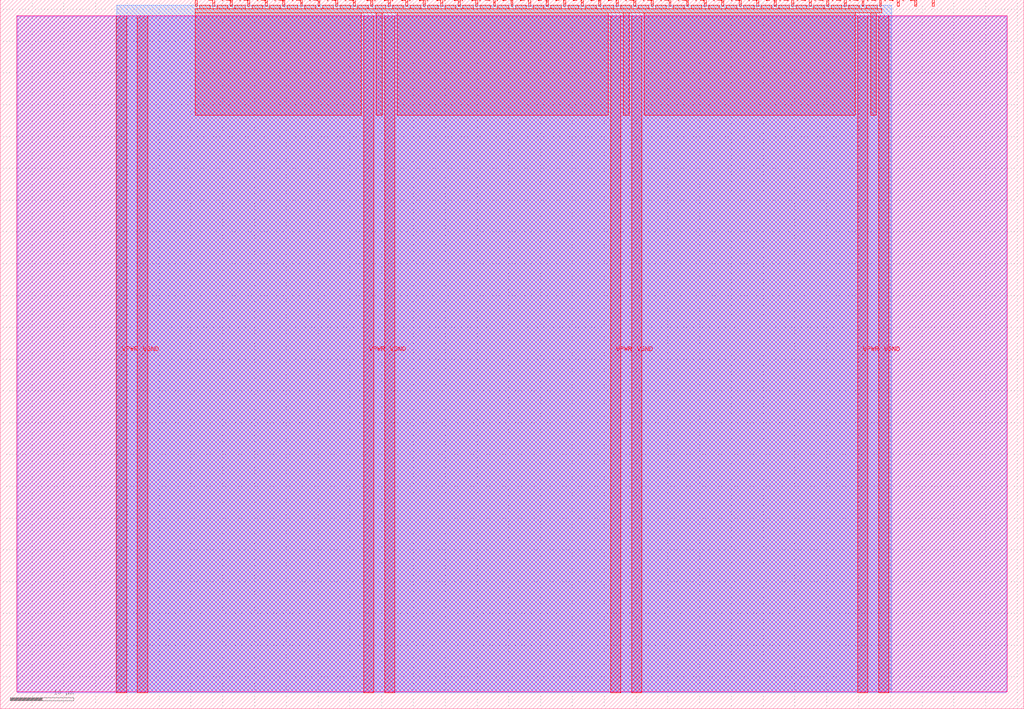
<source format=lef>
VERSION 5.7 ;
  NOWIREEXTENSIONATPIN ON ;
  DIVIDERCHAR "/" ;
  BUSBITCHARS "[]" ;
MACRO tt_um_wokwi_413387190167208961
  CLASS BLOCK ;
  FOREIGN tt_um_wokwi_413387190167208961 ;
  ORIGIN 0.000 0.000 ;
  SIZE 161.000 BY 111.520 ;
  PIN VGND
    DIRECTION INOUT ;
    USE GROUND ;
    PORT
      LAYER met4 ;
        RECT 21.580 2.480 23.180 109.040 ;
    END
    PORT
      LAYER met4 ;
        RECT 60.450 2.480 62.050 109.040 ;
    END
    PORT
      LAYER met4 ;
        RECT 99.320 2.480 100.920 109.040 ;
    END
    PORT
      LAYER met4 ;
        RECT 138.190 2.480 139.790 109.040 ;
    END
  END VGND
  PIN VPWR
    DIRECTION INOUT ;
    USE POWER ;
    PORT
      LAYER met4 ;
        RECT 18.280 2.480 19.880 109.040 ;
    END
    PORT
      LAYER met4 ;
        RECT 57.150 2.480 58.750 109.040 ;
    END
    PORT
      LAYER met4 ;
        RECT 96.020 2.480 97.620 109.040 ;
    END
    PORT
      LAYER met4 ;
        RECT 134.890 2.480 136.490 109.040 ;
    END
  END VPWR
  PIN clk
    DIRECTION INPUT ;
    USE SIGNAL ;
    PORT
      LAYER met4 ;
        RECT 143.830 110.520 144.130 111.520 ;
    END
  END clk
  PIN ena
    DIRECTION INPUT ;
    USE SIGNAL ;
    PORT
      LAYER met4 ;
        RECT 146.590 110.520 146.890 111.520 ;
    END
  END ena
  PIN rst_n
    DIRECTION INPUT ;
    USE SIGNAL ;
    PORT
      LAYER met4 ;
        RECT 141.070 110.520 141.370 111.520 ;
    END
  END rst_n
  PIN ui_in[0]
    DIRECTION INPUT ;
    USE SIGNAL ;
    ANTENNAGATEAREA 0.196500 ;
    PORT
      LAYER met4 ;
        RECT 138.310 110.520 138.610 111.520 ;
    END
  END ui_in[0]
  PIN ui_in[1]
    DIRECTION INPUT ;
    USE SIGNAL ;
    ANTENNAGATEAREA 0.196500 ;
    PORT
      LAYER met4 ;
        RECT 135.550 110.520 135.850 111.520 ;
    END
  END ui_in[1]
  PIN ui_in[2]
    DIRECTION INPUT ;
    USE SIGNAL ;
    ANTENNAGATEAREA 0.196500 ;
    PORT
      LAYER met4 ;
        RECT 132.790 110.520 133.090 111.520 ;
    END
  END ui_in[2]
  PIN ui_in[3]
    DIRECTION INPUT ;
    USE SIGNAL ;
    ANTENNAGATEAREA 0.196500 ;
    PORT
      LAYER met4 ;
        RECT 130.030 110.520 130.330 111.520 ;
    END
  END ui_in[3]
  PIN ui_in[4]
    DIRECTION INPUT ;
    USE SIGNAL ;
    ANTENNAGATEAREA 0.196500 ;
    PORT
      LAYER met4 ;
        RECT 127.270 110.520 127.570 111.520 ;
    END
  END ui_in[4]
  PIN ui_in[5]
    DIRECTION INPUT ;
    USE SIGNAL ;
    ANTENNAGATEAREA 0.196500 ;
    PORT
      LAYER met4 ;
        RECT 124.510 110.520 124.810 111.520 ;
    END
  END ui_in[5]
  PIN ui_in[6]
    DIRECTION INPUT ;
    USE SIGNAL ;
    ANTENNAGATEAREA 0.196500 ;
    PORT
      LAYER met4 ;
        RECT 121.750 110.520 122.050 111.520 ;
    END
  END ui_in[6]
  PIN ui_in[7]
    DIRECTION INPUT ;
    USE SIGNAL ;
    ANTENNAGATEAREA 0.196500 ;
    PORT
      LAYER met4 ;
        RECT 118.990 110.520 119.290 111.520 ;
    END
  END ui_in[7]
  PIN uio_in[0]
    DIRECTION INPUT ;
    USE SIGNAL ;
    PORT
      LAYER met4 ;
        RECT 116.230 110.520 116.530 111.520 ;
    END
  END uio_in[0]
  PIN uio_in[1]
    DIRECTION INPUT ;
    USE SIGNAL ;
    PORT
      LAYER met4 ;
        RECT 113.470 110.520 113.770 111.520 ;
    END
  END uio_in[1]
  PIN uio_in[2]
    DIRECTION INPUT ;
    USE SIGNAL ;
    PORT
      LAYER met4 ;
        RECT 110.710 110.520 111.010 111.520 ;
    END
  END uio_in[2]
  PIN uio_in[3]
    DIRECTION INPUT ;
    USE SIGNAL ;
    PORT
      LAYER met4 ;
        RECT 107.950 110.520 108.250 111.520 ;
    END
  END uio_in[3]
  PIN uio_in[4]
    DIRECTION INPUT ;
    USE SIGNAL ;
    PORT
      LAYER met4 ;
        RECT 105.190 110.520 105.490 111.520 ;
    END
  END uio_in[4]
  PIN uio_in[5]
    DIRECTION INPUT ;
    USE SIGNAL ;
    PORT
      LAYER met4 ;
        RECT 102.430 110.520 102.730 111.520 ;
    END
  END uio_in[5]
  PIN uio_in[6]
    DIRECTION INPUT ;
    USE SIGNAL ;
    PORT
      LAYER met4 ;
        RECT 99.670 110.520 99.970 111.520 ;
    END
  END uio_in[6]
  PIN uio_in[7]
    DIRECTION INPUT ;
    USE SIGNAL ;
    PORT
      LAYER met4 ;
        RECT 96.910 110.520 97.210 111.520 ;
    END
  END uio_in[7]
  PIN uio_oe[0]
    DIRECTION OUTPUT ;
    USE SIGNAL ;
    PORT
      LAYER met4 ;
        RECT 49.990 110.520 50.290 111.520 ;
    END
  END uio_oe[0]
  PIN uio_oe[1]
    DIRECTION OUTPUT ;
    USE SIGNAL ;
    PORT
      LAYER met4 ;
        RECT 47.230 110.520 47.530 111.520 ;
    END
  END uio_oe[1]
  PIN uio_oe[2]
    DIRECTION OUTPUT ;
    USE SIGNAL ;
    PORT
      LAYER met4 ;
        RECT 44.470 110.520 44.770 111.520 ;
    END
  END uio_oe[2]
  PIN uio_oe[3]
    DIRECTION OUTPUT ;
    USE SIGNAL ;
    PORT
      LAYER met4 ;
        RECT 41.710 110.520 42.010 111.520 ;
    END
  END uio_oe[3]
  PIN uio_oe[4]
    DIRECTION OUTPUT ;
    USE SIGNAL ;
    PORT
      LAYER met4 ;
        RECT 38.950 110.520 39.250 111.520 ;
    END
  END uio_oe[4]
  PIN uio_oe[5]
    DIRECTION OUTPUT ;
    USE SIGNAL ;
    PORT
      LAYER met4 ;
        RECT 36.190 110.520 36.490 111.520 ;
    END
  END uio_oe[5]
  PIN uio_oe[6]
    DIRECTION OUTPUT ;
    USE SIGNAL ;
    PORT
      LAYER met4 ;
        RECT 33.430 110.520 33.730 111.520 ;
    END
  END uio_oe[6]
  PIN uio_oe[7]
    DIRECTION OUTPUT ;
    USE SIGNAL ;
    PORT
      LAYER met4 ;
        RECT 30.670 110.520 30.970 111.520 ;
    END
  END uio_oe[7]
  PIN uio_out[0]
    DIRECTION OUTPUT ;
    USE SIGNAL ;
    PORT
      LAYER met4 ;
        RECT 72.070 110.520 72.370 111.520 ;
    END
  END uio_out[0]
  PIN uio_out[1]
    DIRECTION OUTPUT ;
    USE SIGNAL ;
    PORT
      LAYER met4 ;
        RECT 69.310 110.520 69.610 111.520 ;
    END
  END uio_out[1]
  PIN uio_out[2]
    DIRECTION OUTPUT ;
    USE SIGNAL ;
    PORT
      LAYER met4 ;
        RECT 66.550 110.520 66.850 111.520 ;
    END
  END uio_out[2]
  PIN uio_out[3]
    DIRECTION OUTPUT ;
    USE SIGNAL ;
    PORT
      LAYER met4 ;
        RECT 63.790 110.520 64.090 111.520 ;
    END
  END uio_out[3]
  PIN uio_out[4]
    DIRECTION OUTPUT ;
    USE SIGNAL ;
    PORT
      LAYER met4 ;
        RECT 61.030 110.520 61.330 111.520 ;
    END
  END uio_out[4]
  PIN uio_out[5]
    DIRECTION OUTPUT ;
    USE SIGNAL ;
    PORT
      LAYER met4 ;
        RECT 58.270 110.520 58.570 111.520 ;
    END
  END uio_out[5]
  PIN uio_out[6]
    DIRECTION OUTPUT ;
    USE SIGNAL ;
    PORT
      LAYER met4 ;
        RECT 55.510 110.520 55.810 111.520 ;
    END
  END uio_out[6]
  PIN uio_out[7]
    DIRECTION OUTPUT ;
    USE SIGNAL ;
    PORT
      LAYER met4 ;
        RECT 52.750 110.520 53.050 111.520 ;
    END
  END uio_out[7]
  PIN uo_out[0]
    DIRECTION OUTPUT ;
    USE SIGNAL ;
    ANTENNADIFFAREA 0.795200 ;
    PORT
      LAYER met4 ;
        RECT 94.150 110.520 94.450 111.520 ;
    END
  END uo_out[0]
  PIN uo_out[1]
    DIRECTION OUTPUT ;
    USE SIGNAL ;
    ANTENNADIFFAREA 0.795200 ;
    PORT
      LAYER met4 ;
        RECT 91.390 110.520 91.690 111.520 ;
    END
  END uo_out[1]
  PIN uo_out[2]
    DIRECTION OUTPUT ;
    USE SIGNAL ;
    ANTENNADIFFAREA 0.795200 ;
    PORT
      LAYER met4 ;
        RECT 88.630 110.520 88.930 111.520 ;
    END
  END uo_out[2]
  PIN uo_out[3]
    DIRECTION OUTPUT ;
    USE SIGNAL ;
    ANTENNADIFFAREA 0.795200 ;
    PORT
      LAYER met4 ;
        RECT 85.870 110.520 86.170 111.520 ;
    END
  END uo_out[3]
  PIN uo_out[4]
    DIRECTION OUTPUT ;
    USE SIGNAL ;
    PORT
      LAYER met4 ;
        RECT 83.110 110.520 83.410 111.520 ;
    END
  END uo_out[4]
  PIN uo_out[5]
    DIRECTION OUTPUT ;
    USE SIGNAL ;
    PORT
      LAYER met4 ;
        RECT 80.350 110.520 80.650 111.520 ;
    END
  END uo_out[5]
  PIN uo_out[6]
    DIRECTION OUTPUT ;
    USE SIGNAL ;
    PORT
      LAYER met4 ;
        RECT 77.590 110.520 77.890 111.520 ;
    END
  END uo_out[6]
  PIN uo_out[7]
    DIRECTION OUTPUT ;
    USE SIGNAL ;
    PORT
      LAYER met4 ;
        RECT 74.830 110.520 75.130 111.520 ;
    END
  END uo_out[7]
  OBS
      LAYER nwell ;
        RECT 2.570 2.635 158.430 108.990 ;
      LAYER li1 ;
        RECT 2.760 2.635 158.240 108.885 ;
      LAYER met1 ;
        RECT 2.760 2.480 158.240 109.040 ;
      LAYER met2 ;
        RECT 18.310 2.535 140.210 110.685 ;
      LAYER met3 ;
        RECT 18.290 2.555 140.235 110.665 ;
      LAYER met4 ;
        RECT 31.370 110.120 33.030 110.665 ;
        RECT 34.130 110.120 35.790 110.665 ;
        RECT 36.890 110.120 38.550 110.665 ;
        RECT 39.650 110.120 41.310 110.665 ;
        RECT 42.410 110.120 44.070 110.665 ;
        RECT 45.170 110.120 46.830 110.665 ;
        RECT 47.930 110.120 49.590 110.665 ;
        RECT 50.690 110.120 52.350 110.665 ;
        RECT 53.450 110.120 55.110 110.665 ;
        RECT 56.210 110.120 57.870 110.665 ;
        RECT 58.970 110.120 60.630 110.665 ;
        RECT 61.730 110.120 63.390 110.665 ;
        RECT 64.490 110.120 66.150 110.665 ;
        RECT 67.250 110.120 68.910 110.665 ;
        RECT 70.010 110.120 71.670 110.665 ;
        RECT 72.770 110.120 74.430 110.665 ;
        RECT 75.530 110.120 77.190 110.665 ;
        RECT 78.290 110.120 79.950 110.665 ;
        RECT 81.050 110.120 82.710 110.665 ;
        RECT 83.810 110.120 85.470 110.665 ;
        RECT 86.570 110.120 88.230 110.665 ;
        RECT 89.330 110.120 90.990 110.665 ;
        RECT 92.090 110.120 93.750 110.665 ;
        RECT 94.850 110.120 96.510 110.665 ;
        RECT 97.610 110.120 99.270 110.665 ;
        RECT 100.370 110.120 102.030 110.665 ;
        RECT 103.130 110.120 104.790 110.665 ;
        RECT 105.890 110.120 107.550 110.665 ;
        RECT 108.650 110.120 110.310 110.665 ;
        RECT 111.410 110.120 113.070 110.665 ;
        RECT 114.170 110.120 115.830 110.665 ;
        RECT 116.930 110.120 118.590 110.665 ;
        RECT 119.690 110.120 121.350 110.665 ;
        RECT 122.450 110.120 124.110 110.665 ;
        RECT 125.210 110.120 126.870 110.665 ;
        RECT 127.970 110.120 129.630 110.665 ;
        RECT 130.730 110.120 132.390 110.665 ;
        RECT 133.490 110.120 135.150 110.665 ;
        RECT 136.250 110.120 137.910 110.665 ;
        RECT 30.655 109.440 138.625 110.120 ;
        RECT 30.655 93.335 56.750 109.440 ;
        RECT 59.150 93.335 60.050 109.440 ;
        RECT 62.450 93.335 95.620 109.440 ;
        RECT 98.020 93.335 98.920 109.440 ;
        RECT 101.320 93.335 134.490 109.440 ;
        RECT 136.890 93.335 137.790 109.440 ;
  END
END tt_um_wokwi_413387190167208961
END LIBRARY


</source>
